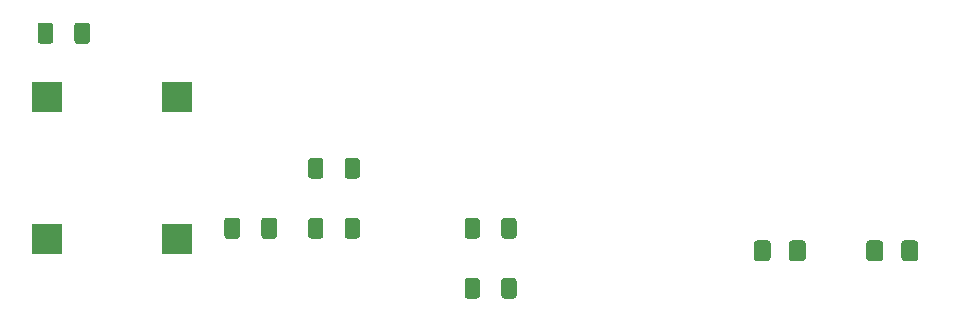
<source format=gbr>
%TF.GenerationSoftware,KiCad,Pcbnew,5.1.8+dfsg1-1+b1*%
%TF.CreationDate,2020-12-29T15:19:21-06:00*%
%TF.ProjectId,weather,77656174-6865-4722-9e6b-696361645f70,1.1.0*%
%TF.SameCoordinates,Original*%
%TF.FileFunction,Paste,Top*%
%TF.FilePolarity,Positive*%
%FSLAX46Y46*%
G04 Gerber Fmt 4.6, Leading zero omitted, Abs format (unit mm)*
G04 Created by KiCad (PCBNEW 5.1.8+dfsg1-1+b1) date 2020-12-29 15:19:21*
%MOMM*%
%LPD*%
G01*
G04 APERTURE LIST*
%ADD10R,2.500000X2.500000*%
G04 APERTURE END LIST*
D10*
%TO.C,PS1*%
X50380000Y-79660000D03*
X61380000Y-79660000D03*
X61380000Y-67660000D03*
X50380000Y-67660000D03*
%TD*%
%TO.C,R4*%
G36*
G01*
X75550000Y-79365001D02*
X75550000Y-78114999D01*
G75*
G02*
X75799999Y-77865000I249999J0D01*
G01*
X76600001Y-77865000D01*
G75*
G02*
X76850000Y-78114999I0J-249999D01*
G01*
X76850000Y-79365001D01*
G75*
G02*
X76600001Y-79615000I-249999J0D01*
G01*
X75799999Y-79615000D01*
G75*
G02*
X75550000Y-79365001I0J249999D01*
G01*
G37*
G36*
G01*
X72450000Y-79365001D02*
X72450000Y-78114999D01*
G75*
G02*
X72699999Y-77865000I249999J0D01*
G01*
X73500001Y-77865000D01*
G75*
G02*
X73750000Y-78114999I0J-249999D01*
G01*
X73750000Y-79365001D01*
G75*
G02*
X73500001Y-79615000I-249999J0D01*
G01*
X72699999Y-79615000D01*
G75*
G02*
X72450000Y-79365001I0J249999D01*
G01*
G37*
%TD*%
%TO.C,R3*%
G36*
G01*
X75550000Y-74285001D02*
X75550000Y-73034999D01*
G75*
G02*
X75799999Y-72785000I249999J0D01*
G01*
X76600001Y-72785000D01*
G75*
G02*
X76850000Y-73034999I0J-249999D01*
G01*
X76850000Y-74285001D01*
G75*
G02*
X76600001Y-74535000I-249999J0D01*
G01*
X75799999Y-74535000D01*
G75*
G02*
X75550000Y-74285001I0J249999D01*
G01*
G37*
G36*
G01*
X72450000Y-74285001D02*
X72450000Y-73034999D01*
G75*
G02*
X72699999Y-72785000I249999J0D01*
G01*
X73500001Y-72785000D01*
G75*
G02*
X73750000Y-73034999I0J-249999D01*
G01*
X73750000Y-74285001D01*
G75*
G02*
X73500001Y-74535000I-249999J0D01*
G01*
X72699999Y-74535000D01*
G75*
G02*
X72450000Y-74285001I0J249999D01*
G01*
G37*
%TD*%
%TO.C,C3*%
G36*
G01*
X68502500Y-79390003D02*
X68502500Y-78089997D01*
G75*
G02*
X68752497Y-77840000I249997J0D01*
G01*
X69577503Y-77840000D01*
G75*
G02*
X69827500Y-78089997I0J-249997D01*
G01*
X69827500Y-79390003D01*
G75*
G02*
X69577503Y-79640000I-249997J0D01*
G01*
X68752497Y-79640000D01*
G75*
G02*
X68502500Y-79390003I0J249997D01*
G01*
G37*
G36*
G01*
X65377500Y-79390003D02*
X65377500Y-78089997D01*
G75*
G02*
X65627497Y-77840000I249997J0D01*
G01*
X66452503Y-77840000D01*
G75*
G02*
X66702500Y-78089997I0J-249997D01*
G01*
X66702500Y-79390003D01*
G75*
G02*
X66452503Y-79640000I-249997J0D01*
G01*
X65627497Y-79640000D01*
G75*
G02*
X65377500Y-79390003I0J249997D01*
G01*
G37*
%TD*%
%TO.C,C2*%
G36*
G01*
X52677500Y-62880003D02*
X52677500Y-61579997D01*
G75*
G02*
X52927497Y-61330000I249997J0D01*
G01*
X53752503Y-61330000D01*
G75*
G02*
X54002500Y-61579997I0J-249997D01*
G01*
X54002500Y-62880003D01*
G75*
G02*
X53752503Y-63130000I-249997J0D01*
G01*
X52927497Y-63130000D01*
G75*
G02*
X52677500Y-62880003I0J249997D01*
G01*
G37*
G36*
G01*
X49552500Y-62880003D02*
X49552500Y-61579997D01*
G75*
G02*
X49802497Y-61330000I249997J0D01*
G01*
X50627503Y-61330000D01*
G75*
G02*
X50877500Y-61579997I0J-249997D01*
G01*
X50877500Y-62880003D01*
G75*
G02*
X50627503Y-63130000I-249997J0D01*
G01*
X49802497Y-63130000D01*
G75*
G02*
X49552500Y-62880003I0J249997D01*
G01*
G37*
%TD*%
%TO.C,R2*%
G36*
G01*
X88810000Y-84445001D02*
X88810000Y-83194999D01*
G75*
G02*
X89059999Y-82945000I249999J0D01*
G01*
X89860001Y-82945000D01*
G75*
G02*
X90110000Y-83194999I0J-249999D01*
G01*
X90110000Y-84445001D01*
G75*
G02*
X89860001Y-84695000I-249999J0D01*
G01*
X89059999Y-84695000D01*
G75*
G02*
X88810000Y-84445001I0J249999D01*
G01*
G37*
G36*
G01*
X85710000Y-84445001D02*
X85710000Y-83194999D01*
G75*
G02*
X85959999Y-82945000I249999J0D01*
G01*
X86760001Y-82945000D01*
G75*
G02*
X87010000Y-83194999I0J-249999D01*
G01*
X87010000Y-84445001D01*
G75*
G02*
X86760001Y-84695000I-249999J0D01*
G01*
X85959999Y-84695000D01*
G75*
G02*
X85710000Y-84445001I0J249999D01*
G01*
G37*
%TD*%
%TO.C,R1*%
G36*
G01*
X88810000Y-79365001D02*
X88810000Y-78114999D01*
G75*
G02*
X89059999Y-77865000I249999J0D01*
G01*
X89860001Y-77865000D01*
G75*
G02*
X90110000Y-78114999I0J-249999D01*
G01*
X90110000Y-79365001D01*
G75*
G02*
X89860001Y-79615000I-249999J0D01*
G01*
X89059999Y-79615000D01*
G75*
G02*
X88810000Y-79365001I0J249999D01*
G01*
G37*
G36*
G01*
X85710000Y-79365001D02*
X85710000Y-78114999D01*
G75*
G02*
X85959999Y-77865000I249999J0D01*
G01*
X86760001Y-77865000D01*
G75*
G02*
X87010000Y-78114999I0J-249999D01*
G01*
X87010000Y-79365001D01*
G75*
G02*
X86760001Y-79615000I-249999J0D01*
G01*
X85959999Y-79615000D01*
G75*
G02*
X85710000Y-79365001I0J249999D01*
G01*
G37*
%TD*%
%TO.C,D2*%
G36*
G01*
X121145000Y-80020000D02*
X121145000Y-81270000D01*
G75*
G02*
X120895000Y-81520000I-250000J0D01*
G01*
X119970000Y-81520000D01*
G75*
G02*
X119720000Y-81270000I0J250000D01*
G01*
X119720000Y-80020000D01*
G75*
G02*
X119970000Y-79770000I250000J0D01*
G01*
X120895000Y-79770000D01*
G75*
G02*
X121145000Y-80020000I0J-250000D01*
G01*
G37*
G36*
G01*
X124120000Y-80020000D02*
X124120000Y-81270000D01*
G75*
G02*
X123870000Y-81520000I-250000J0D01*
G01*
X122945000Y-81520000D01*
G75*
G02*
X122695000Y-81270000I0J250000D01*
G01*
X122695000Y-80020000D01*
G75*
G02*
X122945000Y-79770000I250000J0D01*
G01*
X123870000Y-79770000D01*
G75*
G02*
X124120000Y-80020000I0J-250000D01*
G01*
G37*
%TD*%
%TO.C,D1*%
G36*
G01*
X111620000Y-80020000D02*
X111620000Y-81270000D01*
G75*
G02*
X111370000Y-81520000I-250000J0D01*
G01*
X110445000Y-81520000D01*
G75*
G02*
X110195000Y-81270000I0J250000D01*
G01*
X110195000Y-80020000D01*
G75*
G02*
X110445000Y-79770000I250000J0D01*
G01*
X111370000Y-79770000D01*
G75*
G02*
X111620000Y-80020000I0J-250000D01*
G01*
G37*
G36*
G01*
X114595000Y-80020000D02*
X114595000Y-81270000D01*
G75*
G02*
X114345000Y-81520000I-250000J0D01*
G01*
X113420000Y-81520000D01*
G75*
G02*
X113170000Y-81270000I0J250000D01*
G01*
X113170000Y-80020000D01*
G75*
G02*
X113420000Y-79770000I250000J0D01*
G01*
X114345000Y-79770000D01*
G75*
G02*
X114595000Y-80020000I0J-250000D01*
G01*
G37*
%TD*%
M02*

</source>
